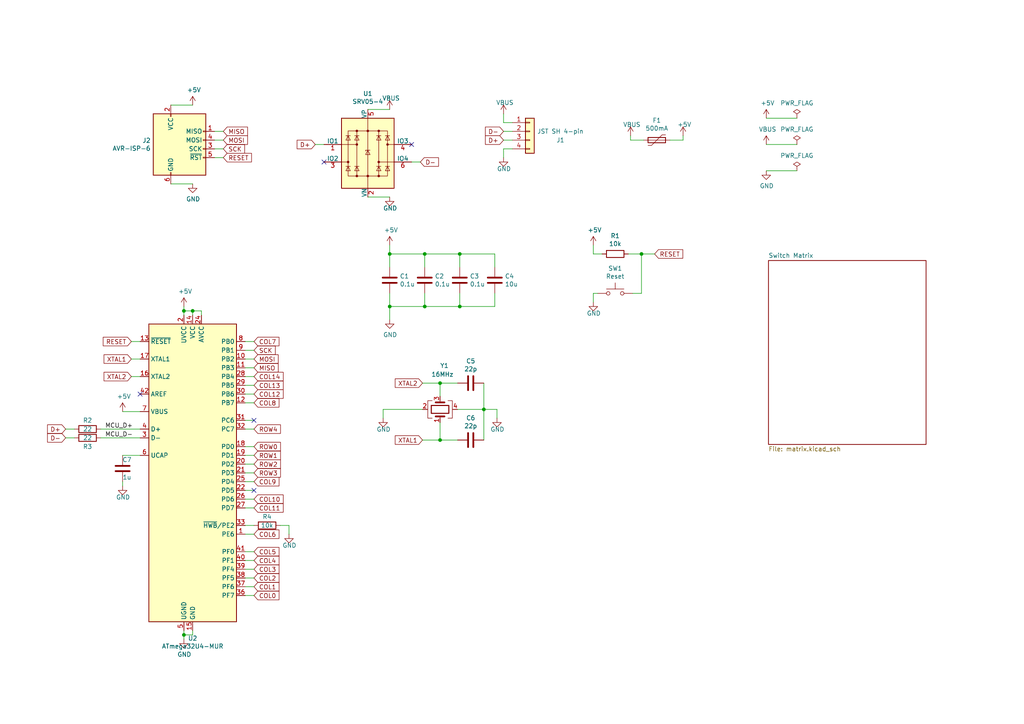
<source format=kicad_sch>
(kicad_sch (version 20211123) (generator eeschema)
  (paper "A4")
  (title_block (title "Mikeneko65") (date "2020-08-01") (rev "1") (comment 1 "Copyright © 2020 kkatano") (comment 2 "MIT License"))
  (lib_symbols
    (symbol "mikeneko65-pcb-rescue:+5V-power" (power) (pin_names (offset 0))
      (property "Value" "+5V-power" (at 0 3.556 0))
      (symbol "+5V-power_0_1"
        (polyline (pts (xy -0.762 1.27) (xy 0 2.54)))
        (polyline (pts (xy 0 0) (xy 0 2.54)))
        (polyline (pts (xy 0 2.54) (xy 0.762 1.27)))
      )
      (symbol "+5V-power_1_1"
        (pin power_in line (at 0 0 90) (length 0) hide (name "+5V") (number "1"))
      )
    )
    (symbol "mikeneko65-pcb-rescue:ATmega32U4-MU-MCU_Microchip_ATmega"
      (property "Reference" "U" (at -12.7 44.45 0))
      (property "Value" "ATmega32U4-MU-MCU_Microchip_ATmega" (at 2.54 -44.45 0))
      (symbol "ATmega32U4-MU-MCU_Microchip_ATmega_0_1"
        (rectangle (start -12.7 -43.18) (end 12.7 43.18) (stroke (width 0.254)) (fill (type background)))
      )
      (symbol "ATmega32U4-MU-MCU_Microchip_ATmega_1_1"
        (pin bidirectional line (at 15.24 -17.78 180) (length 2.54) (name "PE6") (number "1"))
        (pin bidirectional line (at 15.24 33.02 180) (length 2.54) (name "PB2") (number "10"))
        (pin bidirectional line (at 15.24 30.48 180) (length 2.54) (name "PB3") (number "11"))
        (pin bidirectional line (at 15.24 20.32 180) (length 2.54) (name "PB7") (number "12"))
        (pin input line (at -15.24 38.1 0) (length 2.54) (name "~{RESET}") (number "13"))
        (pin power_in line (at 0 45.72 270) (length 2.54) (name "VCC") (number "14"))
        (pin power_in line (at 0 -45.72 90) (length 2.54) (name "GND") (number "15"))
        (pin output line (at -15.24 27.94 0) (length 2.54) (name "XTAL2") (number "16"))
        (pin input line (at -15.24 33.02 0) (length 2.54) (name "XTAL1") (number "17"))
        (pin bidirectional line (at 15.24 7.62 180) (length 2.54) (name "PD0") (number "18"))
        (pin bidirectional line (at 15.24 5.08 180) (length 2.54) (name "PD1") (number "19"))
        (pin power_in line (at -2.54 45.72 270) (length 2.54) (name "UVCC") (number "2"))
        (pin bidirectional line (at 15.24 2.54 180) (length 2.54) (name "PD2") (number "20"))
        (pin bidirectional line (at 15.24 0 180) (length 2.54) (name "PD3") (number "21"))
        (pin bidirectional line (at 15.24 -5.08 180) (length 2.54) (name "PD5") (number "22"))
        (pin passive line (at 0 -45.72 90) (length 2.54) hide (name "GND") (number "23"))
        (pin power_in line (at 2.54 45.72 270) (length 2.54) (name "AVCC") (number "24"))
        (pin bidirectional line (at 15.24 -2.54 180) (length 2.54) (name "PD4") (number "25"))
        (pin bidirectional line (at 15.24 -7.62 180) (length 2.54) (name "PD6") (number "26"))
        (pin bidirectional line (at 15.24 -10.16 180) (length 2.54) (name "PD7") (number "27"))
        (pin bidirectional line (at 15.24 27.94 180) (length 2.54) (name "PB4") (number "28"))
        (pin bidirectional line (at 15.24 25.4 180) (length 2.54) (name "PB5") (number "29"))
        (pin bidirectional line (at -15.24 10.16 0) (length 2.54) (name "D-") (number "3"))
        (pin bidirectional line (at 15.24 22.86 180) (length 2.54) (name "PB6") (number "30"))
        (pin bidirectional line (at 15.24 15.24 180) (length 2.54) (name "PC6") (number "31"))
        (pin bidirectional line (at 15.24 12.7 180) (length 2.54) (name "PC7") (number "32"))
        (pin bidirectional line (at 15.24 -15.24 180) (length 2.54) (name "~{HWB}/PE2") (number "33"))
        (pin passive line (at 0 45.72 270) (length 2.54) hide (name "VCC") (number "34"))
        (pin passive line (at 0 -45.72 90) (length 2.54) hide (name "GND") (number "35"))
        (pin bidirectional line (at 15.24 -35.56 180) (length 2.54) (name "PF7") (number "36"))
        (pin bidirectional line (at 15.24 -33.02 180) (length 2.54) (name "PF6") (number "37"))
        (pin bidirectional line (at 15.24 -30.48 180) (length 2.54) (name "PF5") (number "38"))
        (pin bidirectional line (at 15.24 -27.94 180) (length 2.54) (name "PF4") (number "39"))
        (pin bidirectional line (at -15.24 12.7 0) (length 2.54) (name "D+") (number "4"))
        (pin bidirectional line (at 15.24 -25.4 180) (length 2.54) (name "PF1") (number "40"))
        (pin bidirectional line (at 15.24 -22.86 180) (length 2.54) (name "PF0") (number "41"))
        (pin passive line (at -15.24 22.86 0) (length 2.54) (name "AREF") (number "42"))
        (pin passive line (at 0 -45.72 90) (length 2.54) hide (name "GND") (number "43"))
        (pin passive line (at 2.54 45.72 270) (length 2.54) hide (name "AVCC") (number "44"))
        (pin passive line (at 0 -45.72 90) (length 2.54) hide (name "GND") (number "45"))
        (pin passive line (at -2.54 -45.72 90) (length 2.54) (name "UGND") (number "5"))
        (pin passive line (at -15.24 5.08 0) (length 2.54) (name "UCAP") (number "6"))
        (pin input line (at -15.24 17.78 0) (length 2.54) (name "VBUS") (number "7"))
        (pin bidirectional line (at 15.24 38.1 180) (length 2.54) (name "PB0") (number "8"))
        (pin bidirectional line (at 15.24 35.56 180) (length 2.54) (name "PB1") (number "9"))
      )
    )
    (symbol "mikeneko65-pcb-rescue:AVR-ISP-6-Connector" (pin_names (offset 1.016))
      (property "Reference" "J" (at -6.35 11.43 0))
      (property "Value" "AVR-ISP-6-Connector" (at 0 11.43 0))
      (symbol "AVR-ISP-6-Connector_0_1"
        (rectangle (start -2.667 -6.858) (end -2.413 -7.62))
        (rectangle (start -2.667 10.16) (end -2.413 9.398))
        (rectangle (start 7.62 -2.413) (end 6.858 -2.667))
        (rectangle (start 7.62 0.127) (end 6.858 -0.127))
        (rectangle (start 7.62 2.667) (end 6.858 2.413))
        (rectangle (start 7.62 5.207) (end 6.858 4.953))
        (rectangle (start 7.62 10.16) (end -7.62 -7.62) (stroke (width 0.254)) (fill (type background)))
      )
      (symbol "AVR-ISP-6-Connector_1_1"
        (pin passive line (at 10.16 5.08 180) (length 2.54) (name "MISO") (number "1"))
        (pin passive line (at -2.54 12.7 270) (length 2.54) (name "VCC") (number "2"))
        (pin passive line (at 10.16 0 180) (length 2.54) (name "SCK") (number "3"))
        (pin passive line (at 10.16 2.54 180) (length 2.54) (name "MOSI") (number "4"))
        (pin passive line (at 10.16 -2.54 180) (length 2.54) (name "~{RST}") (number "5"))
        (pin passive line (at -2.54 -10.16 90) (length 2.54) (name "GND") (number "6"))
      )
    )
    (symbol "mikeneko65-pcb-rescue:C-Device" (pin_numbers hide) (pin_names (offset 0.254))
      (property "Reference" "C" (at 0.635 2.54 0))
      (property "Value" "C-Device" (at 0.635 -2.54 0))
      (symbol "C-Device_0_1"
        (polyline (pts (xy -2.032 -0.762) (xy 2.032 -0.762)) (stroke (width 0.508)))
        (polyline (pts (xy -2.032 0.762) (xy 2.032 0.762)) (stroke (width 0.508)))
      )
      (symbol "C-Device_1_1"
        (pin passive line (at 0 3.81 270) (length 2.794) (name "~") (number "1"))
        (pin passive line (at 0 -3.81 90) (length 2.794) (name "~") (number "2"))
      )
    )
    (symbol "mikeneko65-pcb-rescue:Conn_01x04-Connector_Generic" (pin_names (offset 1.016) hide)
      (property "Reference" "J" (at 0 5.08 0))
      (property "Value" "Conn_01x04-Connector_Generic" (at 0 -7.62 0))
      (symbol "Conn_01x04-Connector_Generic_1_1"
        (rectangle (start -1.27 -4.953) (end 0 -5.207) (stroke (width 0.1524)))
        (rectangle (start -1.27 -2.413) (end 0 -2.667) (stroke (width 0.1524)))
        (rectangle (start -1.27 0.127) (end 0 -0.127) (stroke (width 0.1524)))
        (rectangle (start -1.27 2.667) (end 0 2.413) (stroke (width 0.1524)))
        (rectangle (start -1.27 3.81) (end 1.27 -6.35) (stroke (width 0.254)) (fill (type background)))
        (pin passive line (at -5.08 2.54 0) (length 3.81) (name "Pin_1") (number "1"))
        (pin passive line (at -5.08 0 0) (length 3.81) (name "Pin_2") (number "2"))
        (pin passive line (at -5.08 -2.54 0) (length 3.81) (name "Pin_3") (number "3"))
        (pin passive line (at -5.08 -5.08 0) (length 3.81) (name "Pin_4") (number "4"))
      )
    )
    (symbol "mikeneko65-pcb-rescue:Crystal_GND24-Device" (pin_names (offset 1.016) hide)
      (property "Reference" "Y" (at 3.175 5.08 0))
      (property "Value" "Crystal_GND24-Device" (at 3.175 3.175 0))
      (symbol "Crystal_GND24-Device_0_1"
        (rectangle (start -1.143 2.54) (end 1.143 -2.54) (stroke (width 0.3048)))
        (polyline (pts (xy -2.54 0) (xy -2.032 0)))
        (polyline (pts (xy -2.032 -1.27) (xy -2.032 1.27)) (stroke (width 0.508)))
        (polyline (pts (xy 0 -3.81) (xy 0 -3.556)))
        (polyline (pts (xy 0 3.556) (xy 0 3.81)))
        (polyline (pts (xy 2.032 -1.27) (xy 2.032 1.27)) (stroke (width 0.508)))
        (polyline (pts (xy 2.032 0) (xy 2.54 0)))
        (polyline (pts (xy -2.54 -2.286) (xy -2.54 -3.556) (xy 2.54 -3.556) (xy 2.54 -2.286)))
        (polyline (pts (xy -2.54 2.286) (xy -2.54 3.556) (xy 2.54 3.556) (xy 2.54 2.286)))
      )
      (symbol "Crystal_GND24-Device_1_1"
        (pin passive line (at -3.81 0 0) (length 1.27) (name "1") (number "1"))
        (pin passive line (at 0 5.08 270) (length 1.27) (name "2") (number "2"))
        (pin passive line (at 3.81 0 180) (length 1.27) (name "3") (number "3"))
        (pin passive line (at 0 -5.08 90) (length 1.27) (name "4") (number "4"))
      )
    )
    (symbol "mikeneko65-pcb-rescue:GND-power" (power) (pin_names (offset 0))
      (property "Value" "GND-power" (at 0 -3.81 0))
      (symbol "GND-power_0_1"
        (polyline (pts (xy 0 0) (xy 0 -1.27) (xy 1.27 -1.27) (xy 0 -2.54) (xy -1.27 -1.27) (xy 0 -1.27)))
      )
      (symbol "GND-power_1_1"
        (pin power_in line (at 0 0 270) (length 0) hide (name "GND") (number "1"))
      )
    )
    (symbol "mikeneko65-pcb-rescue:PWR_FLAG-power" (power) (pin_numbers hide) (pin_names (offset 0) hide)
      (property "Value" "PWR_FLAG-power" (at 0 3.81 0))
      (symbol "PWR_FLAG-power_0_0"
        (pin power_out line (at 0 0 90) (length 0) (name "pwr") (number "1"))
      )
      (symbol "PWR_FLAG-power_0_1"
        (polyline (pts (xy 0 0) (xy 0 1.27) (xy -1.016 1.905) (xy 0 2.54) (xy 1.016 1.905) (xy 0 1.27)))
      )
    )
    (symbol "mikeneko65-pcb-rescue:Polyfuse-Device" (pin_numbers hide) (pin_names (offset 0))
      (property "Reference" "F" (at -2.54 0 90))
      (property "Value" "Polyfuse-Device" (at 2.54 0 90))
      (symbol "Polyfuse-Device_0_1"
        (rectangle (start -0.762 2.54) (end 0.762 -2.54) (stroke (width 0.254)))
        (polyline (pts (xy 0 2.54) (xy 0 -2.54)))
        (polyline (pts (xy -1.524 2.54) (xy -1.524 1.524) (xy 1.524 -1.524) (xy 1.524 -2.54)))
      )
      (symbol "Polyfuse-Device_1_1"
        (pin passive line (at 0 3.81 270) (length 1.27) (name "~") (number "1"))
        (pin passive line (at 0 -3.81 90) (length 1.27) (name "~") (number "2"))
      )
    )
    (symbol "mikeneko65-pcb-rescue:R-Device" (pin_numbers hide) (pin_names (offset 0))
      (property "Reference" "R" (at 2.032 0 90))
      (property "Value" "R-Device" (at 0 0 90))
      (symbol "R-Device_0_1"
        (rectangle (start -1.016 -2.54) (end 1.016 2.54) (stroke (width 0.254)))
      )
      (symbol "R-Device_1_1"
        (pin passive line (at 0 3.81 270) (length 1.27) (name "~") (number "1"))
        (pin passive line (at 0 -3.81 90) (length 1.27) (name "~") (number "2"))
      )
    )
    (symbol "mikeneko65-pcb-rescue:SRV05-4-Power_Protection" (pin_names (offset 0))
      (property "Reference" "U" (at -5.08 11.43 0))
      (property "Value" "SRV05-4-Power_Protection" (at 2.54 11.43 0))
      (symbol "SRV05-4-Power_Protection_0_0"
        (rectangle (start -5.715 6.477) (end 5.715 -6.604))
        (polyline (pts (xy -3.175 -6.604) (xy -3.175 6.477)))
        (polyline (pts (xy 3.175 6.477) (xy 3.175 -6.604)))
      )
      (symbol "SRV05-4-Power_Protection_0_1"
        (rectangle (start -7.62 10.16) (end 7.62 -10.16) (stroke (width 0.254)) (fill (type background)))
        (circle (center -5.715 -2.54) (radius 0.2794) (fill (type outline)))
        (circle (center -3.175 -6.604) (radius 0.2794) (fill (type outline)))
        (circle (center -3.175 2.54) (radius 0.2794) (fill (type outline)))
        (circle (center -3.175 6.477) (radius 0.2794) (fill (type outline)))
        (circle (center 0 -6.604) (radius 0.2794) (fill (type outline)))
        (polyline (pts (xy -7.747 2.54) (xy -3.175 2.54)))
        (polyline (pts (xy -7.62 -2.54) (xy -5.715 -2.54)))
        (polyline (pts (xy -5.08 -3.81) (xy -6.35 -3.81)))
        (polyline (pts (xy -5.08 5.08) (xy -6.35 5.08)))
        (polyline (pts (xy -2.54 -3.81) (xy -3.81 -3.81)))
        (polyline (pts (xy -2.54 5.08) (xy -3.81 5.08)))
        (polyline (pts (xy 0 10.16) (xy 0 -10.16)))
        (polyline (pts (xy 3.81 -3.81) (xy 2.54 -3.81)))
        (polyline (pts (xy 3.81 5.08) (xy 2.54 5.08)))
        (polyline (pts (xy 6.35 -3.81) (xy 5.08 -3.81)))
        (polyline (pts (xy 6.35 5.08) (xy 5.08 5.08)))
        (polyline (pts (xy 7.62 -2.54) (xy 3.175 -2.54)))
        (polyline (pts (xy 7.62 2.54) (xy 5.715 2.54)))
        (polyline (pts (xy 0.635 0.889) (xy -0.635 0.889) (xy -0.635 0.635)))
        (polyline (pts (xy -5.08 -5.08) (xy -6.35 -5.08) (xy -5.715 -3.81) (xy -5.08 -5.08)))
        (polyline (pts (xy -5.08 3.81) (xy -6.35 3.81) (xy -5.715 5.08) (xy -5.08 3.81)))
        (polyline (pts (xy -2.54 -5.08) (xy -3.81 -5.08) (xy -3.175 -3.81) (xy -2.54 -5.08)))
        (polyline (pts (xy -2.54 3.81) (xy -3.81 3.81) (xy -3.175 5.08) (xy -2.54 3.81)))
        (polyline (pts (xy 0.635 -0.381) (xy -0.635 -0.381) (xy 0 0.889) (xy 0.635 -0.381)))
        (polyline (pts (xy 3.81 -5.08) (xy 2.54 -5.08) (xy 3.175 -3.81) (xy 3.81 -5.08)))
        (polyline (pts (xy 3.81 3.81) (xy 2.54 3.81) (xy 3.175 5.08) (xy 3.81 3.81)))
        (polyline (pts (xy 6.35 -5.08) (xy 5.08 -5.08) (xy 5.715 -3.81) (xy 6.35 -5.08)))
        (polyline (pts (xy 6.35 3.81) (xy 5.08 3.81) (xy 5.715 5.08) (xy 6.35 3.81)))
        (circle (center 0 6.477) (radius 0.2794) (fill (type outline)))
        (circle (center 3.175 -6.604) (radius 0.2794) (fill (type outline)))
        (circle (center 3.175 -2.54) (radius 0.2794) (fill (type outline)))
        (circle (center 3.175 6.477) (radius 0.2794) (fill (type outline)))
        (circle (center 5.715 2.54) (radius 0.2794) (fill (type outline)))
      )
      (symbol "SRV05-4-Power_Protection_1_1"
        (pin passive line (at -12.7 2.54 0) (length 5.08) (name "IO1") (number "1"))
        (pin passive line (at 0 -12.7 90) (length 2.54) (name "VN") (number "2"))
        (pin passive line (at -12.7 -2.54 0) (length 5.08) (name "IO2") (number "3"))
        (pin passive line (at 12.7 2.54 180) (length 5.08) (name "IO3") (number "4"))
        (pin passive line (at 0 12.7 270) (length 2.54) (name "VP") (number "5"))
        (pin passive line (at 12.7 -2.54 180) (length 5.08) (name "IO4") (number "6"))
      )
    )
    (symbol "mikeneko65-pcb-rescue:SW_Push-Switch" (pin_numbers hide) (pin_names (offset 1.016) hide)
      (property "Reference" "SW" (at 1.27 2.54 0))
      (property "Value" "SW_Push-Switch" (at 0 -1.524 0))
      (symbol "SW_Push-Switch_0_1"
        (circle (center -2.032 0) (radius 0.508))
        (polyline (pts (xy 0 1.27) (xy 0 3.048)))
        (polyline (pts (xy 2.54 1.27) (xy -2.54 1.27)))
        (circle (center 2.032 0) (radius 0.508))
        (pin passive line (at -5.08 0 0) (length 2.54) (name "1") (number "1"))
        (pin passive line (at 5.08 0 180) (length 2.54) (name "2") (number "2"))
      )
    )
    (symbol "mikeneko65-pcb-rescue:VBUS-power" (power) (pin_names (offset 0))
      (property "Value" "VBUS-power" (at 0 3.81 0))
      (symbol "VBUS-power_0_1"
        (polyline (pts (xy -0.762 1.27) (xy 0 2.54)))
        (polyline (pts (xy 0 0) (xy 0 2.54)))
        (polyline (pts (xy 0 2.54) (xy 0.762 1.27)))
      )
      (symbol "VBUS-power_1_1"
        (pin power_in line (at 0 0 90) (length 0) hide (name "VBUS") (number "1"))
      )
    )
  )
  (junction (at 133.35 88.9))
  (junction (at 133.35 73.66))
  (junction (at 123.19 88.9))
  (junction (at 127.635 127.635))
  (junction (at 113.03 73.66))
  (junction (at 127.635 111.125))
  (junction (at 53.34 184.15))
  (junction (at 53.34 90.17))
  (junction (at 140.335 118.745))
  (junction (at 186.055 73.66))
  (junction (at 113.03 88.9))
  (junction (at 123.19 73.66))
  (junction (at 55.88 90.17))
  (no_connect (at 93.98 46.99))
  (no_connect (at 73.66 121.92))
  (no_connect (at 73.66 142.24))
  (no_connect (at 40.64 114.3))
  (no_connect (at 119.38 41.91))
  (wire (pts (xy 55.88 90.17) (xy 58.42 90.17)))
  (wire (pts (xy 71.12 139.7) (xy 73.66 139.7)))
  (wire (pts (xy 186.055 73.66) (xy 189.865 73.66)))
  (wire (pts (xy 121.92 46.99) (xy 119.38 46.99)))
  (wire (pts (xy 172.085 71.12) (xy 172.085 73.66)))
  (wire (pts (xy 113.03 31.75) (xy 106.68 31.75)))
  (wire (pts (xy 222.25 34.29) (xy 231.14 34.29)))
  (wire (pts (xy 71.12 121.92) (xy 73.66 121.92)))
  (wire (pts (xy 71.12 144.78) (xy 73.66 144.78)))
  (wire (pts (xy 133.35 85.09) (xy 133.35 88.9)))
  (wire (pts (xy 81.28 152.4) (xy 83.82 152.4)))
  (wire (pts (xy 172.085 87.63) (xy 172.085 85.09)))
  (wire (pts (xy 127.635 127.635) (xy 132.715 127.635)))
  (wire (pts (xy 64.77 43.18) (xy 62.23 43.18)))
  (wire (pts (xy 123.19 77.47) (xy 123.19 73.66)))
  (wire (pts (xy 111.125 118.745) (xy 122.555 118.745)))
  (wire (pts (xy 71.12 154.94) (xy 73.66 154.94)))
  (wire (pts (xy 133.35 77.47) (xy 133.35 73.66)))
  (wire (pts (xy 62.23 40.64) (xy 64.77 40.64)))
  (wire (pts (xy 113.03 73.66) (xy 123.19 73.66)))
  (wire (pts (xy 71.12 99.06) (xy 73.66 99.06)))
  (wire (pts (xy 49.53 53.34) (xy 55.88 53.34)))
  (wire (pts (xy 186.055 85.09) (xy 183.515 85.09)))
  (wire (pts (xy 146.05 33.02) (xy 146.05 35.56)))
  (wire (pts (xy 64.77 38.1) (xy 62.23 38.1)))
  (wire (pts (xy 73.66 152.4) (xy 71.12 152.4)))
  (wire (pts (xy 71.12 170.18) (xy 73.66 170.18)))
  (wire (pts (xy 73.66 109.22) (xy 71.12 109.22)))
  (wire (pts (xy 29.21 127) (xy 40.64 127)))
  (wire (pts (xy 113.03 88.9) (xy 113.03 92.71)))
  (wire (pts (xy 53.34 184.15) (xy 55.88 184.15)))
  (wire (pts (xy 62.23 45.72) (xy 64.77 45.72)))
  (wire (pts (xy 73.66 172.72) (xy 71.12 172.72)))
  (wire (pts (xy 73.66 167.64) (xy 71.12 167.64)))
  (wire (pts (xy 55.88 184.15) (xy 55.88 182.88)))
  (wire (pts (xy 222.25 49.53) (xy 231.14 49.53)))
  (wire (pts (xy 182.245 73.66) (xy 186.055 73.66)))
  (wire (pts (xy 19.05 127) (xy 21.59 127)))
  (wire (pts (xy 73.66 124.46) (xy 71.12 124.46)))
  (wire (pts (xy 146.05 38.1) (xy 148.59 38.1)))
  (wire (pts (xy 40.64 104.14) (xy 38.1 104.14)))
  (wire (pts (xy 172.085 73.66) (xy 174.625 73.66)))
  (wire (pts (xy 140.335 118.745) (xy 140.335 127.635)))
  (wire (pts (xy 35.56 119.38) (xy 40.64 119.38)))
  (wire (pts (xy 73.66 104.14) (xy 71.12 104.14)))
  (wire (pts (xy 73.66 116.84) (xy 71.12 116.84)))
  (wire (pts (xy 38.1 99.06) (xy 40.64 99.06)))
  (wire (pts (xy 73.66 160.02) (xy 71.12 160.02)))
  (wire (pts (xy 71.12 165.1) (xy 73.66 165.1)))
  (wire (pts (xy 123.19 88.9) (xy 133.35 88.9)))
  (wire (pts (xy 143.51 77.47) (xy 143.51 73.66)))
  (wire (pts (xy 73.66 111.76) (xy 71.12 111.76)))
  (wire (pts (xy 53.34 184.15) (xy 53.34 185.42)))
  (wire (pts (xy 146.05 35.56) (xy 148.59 35.56)))
  (wire (pts (xy 123.19 85.09) (xy 123.19 88.9)))
  (wire (pts (xy 71.12 129.54) (xy 73.66 129.54)))
  (wire (pts (xy 73.66 162.56) (xy 71.12 162.56)))
  (wire (pts (xy 73.66 101.6) (xy 71.12 101.6)))
  (wire (pts (xy 113.03 88.9) (xy 123.19 88.9)))
  (wire (pts (xy 140.335 111.125) (xy 140.335 118.745)))
  (wire (pts (xy 127.635 111.125) (xy 132.715 111.125)))
  (wire (pts (xy 53.34 90.17) (xy 53.34 91.44)))
  (wire (pts (xy 172.085 85.09) (xy 173.355 85.09)))
  (wire (pts (xy 113.03 71.12) (xy 113.03 73.66)))
  (wire (pts (xy 35.56 132.08) (xy 40.64 132.08)))
  (wire (pts (xy 73.66 106.68) (xy 71.12 106.68)))
  (wire (pts (xy 71.12 114.3) (xy 73.66 114.3)))
  (wire (pts (xy 55.88 91.44) (xy 55.88 90.17)))
  (wire (pts (xy 35.56 139.7) (xy 35.56 140.97)))
  (wire (pts (xy 198.12 39.37) (xy 198.12 40.64)))
  (wire (pts (xy 148.59 40.64) (xy 146.05 40.64)))
  (wire (pts (xy 29.21 124.46) (xy 40.64 124.46)))
  (wire (pts (xy 222.25 41.91) (xy 231.14 41.91)))
  (wire (pts (xy 73.66 142.24) (xy 71.12 142.24)))
  (wire (pts (xy 182.88 39.37) (xy 182.88 40.64)))
  (wire (pts (xy 19.05 124.46) (xy 21.59 124.46)))
  (wire (pts (xy 143.51 73.66) (xy 133.35 73.66)))
  (wire (pts (xy 148.59 43.18) (xy 146.05 43.18)))
  (wire (pts (xy 73.66 137.16) (xy 71.12 137.16)))
  (wire (pts (xy 186.055 73.66) (xy 186.055 85.09)))
  (wire (pts (xy 127.635 122.555) (xy 127.635 127.635)))
  (wire (pts (xy 38.1 109.22) (xy 40.64 109.22)))
  (wire (pts (xy 113.03 73.66) (xy 113.03 77.47)))
  (wire (pts (xy 83.82 152.4) (xy 83.82 154.94)))
  (wire (pts (xy 53.34 182.88) (xy 53.34 184.15)))
  (wire (pts (xy 73.66 147.32) (xy 71.12 147.32)))
  (wire (pts (xy 106.68 57.15) (xy 113.03 57.15)))
  (wire (pts (xy 186.69 40.64) (xy 182.88 40.64)))
  (wire (pts (xy 143.51 88.9) (xy 143.51 85.09)))
  (wire (pts (xy 127.635 114.935) (xy 127.635 111.125)))
  (wire (pts (xy 58.42 90.17) (xy 58.42 91.44)))
  (wire (pts (xy 122.555 111.125) (xy 127.635 111.125)))
  (wire (pts (xy 49.53 30.48) (xy 55.88 30.48)))
  (wire (pts (xy 73.66 132.08) (xy 71.12 132.08)))
  (wire (pts (xy 123.19 73.66) (xy 133.35 73.66)))
  (wire (pts (xy 133.35 88.9) (xy 143.51 88.9)))
  (wire (pts (xy 144.145 118.745) (xy 144.145 121.285)))
  (wire (pts (xy 146.05 43.18) (xy 146.05 45.72)))
  (wire (pts (xy 198.12 40.64) (xy 194.31 40.64)))
  (wire (pts (xy 53.34 88.9) (xy 53.34 90.17)))
  (wire (pts (xy 111.125 121.285) (xy 111.125 118.745)))
  (wire (pts (xy 53.34 90.17) (xy 55.88 90.17)))
  (wire (pts (xy 113.03 85.09) (xy 113.03 88.9)))
  (wire (pts (xy 122.555 127.635) (xy 127.635 127.635)))
  (wire (pts (xy 71.12 134.62) (xy 73.66 134.62)))
  (wire (pts (xy 140.335 118.745) (xy 144.145 118.745)))
  (wire (pts (xy 132.715 118.745) (xy 140.335 118.745)))
  (wire (pts (xy 91.44 41.91) (xy 93.98 41.91)))
  (label "MCU_D-" (at 30.48 127 0))
  (label "MCU_D+" (at 30.48 124.46 0))
  (global_label "MISO" (shape input) (at 64.77 38.1 0) (property "Intersheet References" "${INTERSHEET_REFS}" (effects hide)))
  (global_label "SCK" (shape input) (at 73.66 101.6 0) (property "Intersheet References" "${INTERSHEET_REFS}" (effects hide)))
  (global_label "COL3" (shape input) (at 73.66 165.1 0) (property "Intersheet References" "${INTERSHEET_REFS}" (effects hide)))
  (global_label "D-" (shape input) (at 146.05 38.1 180) (property "Intersheet References" "${INTERSHEET_REFS}" (effects hide)))
  (global_label "COL6" (shape input) (at 73.66 154.94 0) (property "Intersheet References" "${INTERSHEET_REFS}" (effects hide)))
  (global_label "RESET" (shape input) (at 64.77 45.72 0) (property "Intersheet References" "${INTERSHEET_REFS}" (effects hide)))
  (global_label "ROW2" (shape input) (at 73.66 134.62 0) (property "Intersheet References" "${INTERSHEET_REFS}" (effects hide)))
  (global_label "COL8" (shape input) (at 73.66 116.84 0) (property "Intersheet References" "${INTERSHEET_REFS}" (effects hide)))
  (global_label "XTAL2" (shape input) (at 38.1 109.22 180) (property "Intersheet References" "${INTERSHEET_REFS}" (effects hide)))
  (global_label "ROW0" (shape input) (at 73.66 129.54 0) (property "Intersheet References" "${INTERSHEET_REFS}" (effects hide)))
  (global_label "RESET" (shape input) (at 189.865 73.66 0) (property "Intersheet References" "${INTERSHEET_REFS}" (effects hide)))
  (global_label "COL5" (shape input) (at 73.66 160.02 0) (property "Intersheet References" "${INTERSHEET_REFS}" (effects hide)))
  (global_label "MISO" (shape input) (at 73.66 106.68 0) (property "Intersheet References" "${INTERSHEET_REFS}" (effects hide)))
  (global_label "ROW1" (shape input) (at 73.66 132.08 0) (property "Intersheet References" "${INTERSHEET_REFS}" (effects hide)))
  (global_label "COL9" (shape input) (at 73.66 139.7 0) (property "Intersheet References" "${INTERSHEET_REFS}" (effects hide)))
  (global_label "D+" (shape input) (at 91.44 41.91 180) (property "Intersheet References" "${INTERSHEET_REFS}" (effects hide)))
  (global_label "D+" (shape input) (at 146.05 40.64 180) (property "Intersheet References" "${INTERSHEET_REFS}" (effects hide)))
  (global_label "D+" (shape input) (at 19.05 124.46 180) (property "Intersheet References" "${INTERSHEET_REFS}" (effects hide)))
  (global_label "COL11" (shape input) (at 73.66 147.32 0) (property "Intersheet References" "${INTERSHEET_REFS}" (effects hide)))
  (global_label "COL12" (shape input) (at 73.66 114.3 0) (property "Intersheet References" "${INTERSHEET_REFS}" (effects hide)))
  (global_label "COL14" (shape input) (at 73.66 109.22 0) (property "Intersheet References" "${INTERSHEET_REFS}" (effects hide)))
  (global_label "COL4" (shape input) (at 73.66 162.56 0) (property "Intersheet References" "${INTERSHEET_REFS}" (effects hide)))
  (global_label "COL0" (shape input) (at 73.66 172.72 0) (property "Intersheet References" "${INTERSHEET_REFS}" (effects hide)))
  (global_label "COL1" (shape input) (at 73.66 170.18 0) (property "Intersheet References" "${INTERSHEET_REFS}" (effects hide)))
  (global_label "ROW4" (shape input) (at 73.66 124.46 0) (property "Intersheet References" "${INTERSHEET_REFS}" (effects hide)))
  (global_label "COL7" (shape input) (at 73.66 99.06 0) (property "Intersheet References" "${INTERSHEET_REFS}" (effects hide)))
  (global_label "SCK" (shape input) (at 64.77 43.18 0) (property "Intersheet References" "${INTERSHEET_REFS}" (effects hide)))
  (global_label "COL13" (shape input) (at 73.66 111.76 0) (property "Intersheet References" "${INTERSHEET_REFS}" (effects hide)))
  (global_label "ROW3" (shape input) (at 73.66 137.16 0) (property "Intersheet References" "${INTERSHEET_REFS}" (effects hide)))
  (global_label "D-" (shape input) (at 19.05 127 180) (property "Intersheet References" "${INTERSHEET_REFS}" (effects hide)))
  (global_label "COL10" (shape input) (at 73.66 144.78 0) (property "Intersheet References" "${INTERSHEET_REFS}" (effects hide)))
  (global_label "MOSI" (shape input) (at 73.66 104.14 0) (property "Intersheet References" "${INTERSHEET_REFS}" (effects hide)))
  (global_label "D-" (shape input) (at 121.92 46.99 0) (property "Intersheet References" "${INTERSHEET_REFS}" (effects hide)))
  (global_label "RESET" (shape input) (at 38.1 99.06 180) (property "Intersheet References" "${INTERSHEET_REFS}" (effects hide)))
  (global_label "XTAL2" (shape input) (at 122.555 111.125 180) (property "Intersheet References" "${INTERSHEET_REFS}" (effects hide)))
  (global_label "COL2" (shape input) (at 73.66 167.64 0) (property "Intersheet References" "${INTERSHEET_REFS}" (effects hide)))
  (global_label "XTAL1" (shape input) (at 122.555 127.635 180) (property "Intersheet References" "${INTERSHEET_REFS}" (effects hide)))
  (global_label "XTAL1" (shape input) (at 38.1 104.14 180) (property "Intersheet References" "${INTERSHEET_REFS}" (effects hide)))
  (global_label "MOSI" (shape input) (at 64.77 40.64 0) (property "Intersheet References" "${INTERSHEET_REFS}" (effects hide)))
  (symbol (lib_id "mikeneko65-pcb-rescue:PWR_FLAG-power") (at 231.14 34.29 0) (unit 1)
    (property "Reference" "#FLG01" (effects hide))
    (property "Value" "PWR_FLAG" (at 231.14 29.8958 0))
  )
  (symbol (lib_id "mikeneko65-pcb-rescue:PWR_FLAG-power") (at 231.14 41.91 0) (unit 1)
    (property "Reference" "#FLG02" (effects hide))
    (property "Value" "PWR_FLAG" (at 231.14 37.5158 0))
  )
  (symbol (lib_id "mikeneko65-pcb-rescue:PWR_FLAG-power") (at 231.14 49.53 0) (unit 1)
    (property "Reference" "#FLG03" (effects hide))
    (property "Value" "PWR_FLAG" (at 231.14 45.1358 0))
  )
  (symbol (lib_id "mikeneko65-pcb-rescue:GND-power") (at 222.25 49.53 0) (unit 1)
    (property "Reference" "#PWR09" (effects hide))
    (property "Value" "GND" (at 222.377 53.9242 0))
  )
  (symbol (lib_id "mikeneko65-pcb-rescue:GND-power") (at 113.03 92.71 0) (unit 1)
    (property "Reference" "#PWR016" (effects hide))
    (property "Value" "GND" (at 113.157 97.1042 0))
  )
  (symbol (lib_id "mikeneko65-pcb-rescue:C-Device") (at 113.03 81.28 0) (unit 1)
    (property "Reference" "C1" (at 115.951 80.1116 0) (effects (justify left)))
    (property "Value" "0.1u" (at 115.951 82.423 0) (effects (justify left)))
    (property "Footprint" "Capacitor_SMD:C_0805_2012Metric" (effects hide))
    (property "LCSC Part #" "C49678" (effects hide))
  )
  (symbol (lib_id "mikeneko65-pcb-rescue:C-Device") (at 123.19 81.28 0) (unit 1)
    (property "Reference" "C2" (at 126.111 80.1116 0) (effects (justify left)))
    (property "Value" "0.1u" (at 126.111 82.423 0) (effects (justify left)))
    (property "Footprint" "Capacitor_SMD:C_0805_2012Metric" (effects hide))
    (property "LCSC Part #" "C49678" (effects hide))
  )
  (symbol (lib_id "mikeneko65-pcb-rescue:C-Device") (at 133.35 81.28 0) (unit 1)
    (property "Reference" "C3" (at 136.271 80.1116 0) (effects (justify left)))
    (property "Value" "0.1u" (at 136.271 82.423 0) (effects (justify left)))
    (property "Footprint" "Capacitor_SMD:C_0805_2012Metric" (effects hide))
    (property "LCSC Part #" "C49678" (effects hide))
  )
  (symbol (lib_id "mikeneko65-pcb-rescue:C-Device") (at 143.51 81.28 0) (unit 1)
    (property "Reference" "C4" (at 146.431 80.1116 0) (effects (justify left)))
    (property "Value" "10u" (at 146.431 82.423 0) (effects (justify left)))
    (property "Footprint" "Capacitor_SMD:C_0805_2012Metric" (effects hide))
    (property "LCSC Part #" "C15850" (effects hide))
  )
  (symbol (lib_id "mikeneko65-pcb-rescue:Polyfuse-Device") (at 190.5 40.64 270) (unit 1)
    (property "Reference" "F1" (at 190.5 34.925 90))
    (property "Value" "500mA" (at 190.5 37.2364 90))
    (property "Footprint" "Fuse:Fuse_1206_3216Metric" (effects hide))
    (property "LCSC Part #" "C70076" (effects hide))
  )
  (symbol (lib_id "mikeneko65-pcb-rescue:Conn_01x04-Connector_Generic") (at 153.67 38.1 0) (unit 1)
    (property "Reference" "J1" (at 162.56 40.64 0))
    (property "Value" "JST SH 4-pin" (at 162.56 38.1 0))
    (property "Footprint" "Connector_JST:JST_SH_SM04B-SRSS-TB_1x04-1MP_P1.00mm_Horizontal" (effects hide))
    (property "LCSC Part #" "C145956" (effects hide))
  )
  (symbol (lib_id "mikeneko65-pcb-rescue:GND-power") (at 146.05 45.72 0) (unit 1)
    (property "Reference" "#PWR08" (effects hide))
    (property "Value" "GND" (at 146.177 48.9712 0))
  )
  (symbol (lib_id "mikeneko65-pcb-rescue:R-Device") (at 25.4 124.46 270) (unit 1)
    (property "Reference" "R2" (at 25.4 121.92 90))
    (property "Value" "22" (at 25.4 124.46 90))
    (property "Footprint" "Resistor_SMD:R_0805_2012Metric" (effects hide))
    (property "LCSC Part #" "C17561" (effects hide))
  )
  (symbol (lib_id "mikeneko65-pcb-rescue:R-Device") (at 25.4 127 270) (unit 1)
    (property "Reference" "R3" (at 25.4 129.54 90))
    (property "Value" "22" (at 25.4 127 90))
    (property "Footprint" "Resistor_SMD:R_0805_2012Metric" (effects hide))
    (property "LCSC Part #" "C17561" (effects hide))
  )
  (symbol (lib_id "mikeneko65-pcb-rescue:VBUS-power") (at 146.05 33.02 0) (unit 1)
    (property "Reference" "#PWR03" (effects hide))
    (property "Value" "VBUS" (at 146.431 29.7688 0))
  )
  (symbol (lib_id "mikeneko65-pcb-rescue:VBUS-power") (at 222.25 41.91 0) (unit 1)
    (property "Reference" "#PWR07" (effects hide))
    (property "Value" "VBUS" (at 222.631 37.5158 0))
  )
  (symbol (lib_id "mikeneko65-pcb-rescue:VBUS-power") (at 182.88 39.37 0) (unit 1)
    (property "Reference" "#PWR05" (effects hide))
    (property "Value" "VBUS" (at 183.261 36.1442 0))
  )
  (symbol (lib_id "mikeneko65-pcb-rescue:SW_Push-Switch") (at 178.435 85.09 0) (unit 1)
    (property "Reference" "SW1" (at 178.435 77.851 0))
    (property "Value" "Reset" (at 178.435 80.1624 0))
    (property "Footprint" "Button_Switch_SMD:SW_SPST_TL3342" (effects hide))
    (property "LCSC Part #" "C318884" (effects hide))
  )
  (symbol (lib_id "mikeneko65-pcb-rescue:GND-power") (at 172.085 87.63 0) (unit 1)
    (property "Reference" "#PWR014" (effects hide))
    (property "Value" "GND" (at 172.212 90.8812 0))
  )
  (symbol (lib_id "mikeneko65-pcb-rescue:R-Device") (at 178.435 73.66 270) (unit 1)
    (property "Reference" "R1" (at 178.435 68.4022 90))
    (property "Value" "10k" (at 178.435 70.7136 90))
    (property "Footprint" "Resistor_SMD:R_0805_2012Metric" (effects hide))
    (property "LCSC Part #" "C17414" (effects hide))
  )
  (symbol (lib_id "mikeneko65-pcb-rescue:C-Device") (at 35.56 135.89 0) (unit 1)
    (property "Reference" "C7" (at 36.83 133.35 0))
    (property "Value" "1u" (at 36.83 138.43 0))
    (property "Footprint" "Capacitor_SMD:C_0805_2012Metric" (effects hide))
    (property "LCSC Part #" "C28323" (effects hide))
  )
  (symbol (lib_id "mikeneko65-pcb-rescue:GND-power") (at 35.56 140.97 0) (unit 1)
    (property "Reference" "#PWR020" (effects hide))
    (property "Value" "GND" (at 35.687 144.2212 0))
  )
  (symbol (lib_id "mikeneko65-pcb-rescue:GND-power") (at 53.34 185.42 0) (unit 1)
    (property "Reference" "#PWR022" (effects hide))
    (property "Value" "GND" (at 53.467 189.8142 0))
  )
  (symbol (lib_id "mikeneko65-pcb-rescue:R-Device") (at 77.47 152.4 270) (unit 1)
    (property "Reference" "R4" (at 77.47 149.86 90))
    (property "Value" "10k" (at 77.47 152.4 90))
    (property "Footprint" "Resistor_SMD:R_0805_2012Metric" (effects hide))
    (property "LCSC Part #" "C17414" (effects hide))
  )
  (symbol (lib_id "mikeneko65-pcb-rescue:GND-power") (at 83.82 154.94 0) (unit 1)
    (property "Reference" "#PWR021" (effects hide))
    (property "Value" "GND" (at 83.947 158.1912 0))
  )
  (symbol (lib_id "mikeneko65-pcb-rescue:Crystal_GND24-Device") (at 127.635 118.745 90) (unit 1)
    (property "Reference" "Y1" (at 127.635 106.045 90) (effects (justify right)))
    (property "Value" "16MHz" (at 125.095 108.585 90) (effects (justify right)))
    (property "Footprint" "Crystal:Crystal_SMD_3225-4Pin_3.2x2.5mm" (effects hide))
    (property "LCSC Part #" "C13738" (effects hide))
  )
  (symbol (lib_id "mikeneko65-pcb-rescue:GND-power") (at 111.125 121.285 0) (unit 1)
    (property "Reference" "#PWR018" (effects hide))
    (property "Value" "GND" (at 111.252 124.5362 0))
  )
  (symbol (lib_id "mikeneko65-pcb-rescue:GND-power") (at 144.145 121.285 0) (unit 1)
    (property "Reference" "#PWR019" (effects hide))
    (property "Value" "GND" (at 144.272 124.5362 0))
  )
  (symbol (lib_id "mikeneko65-pcb-rescue:C-Device") (at 136.525 111.125 270) (unit 1)
    (property "Reference" "C5" (at 136.525 104.7242 90))
    (property "Value" "22p" (at 136.525 107.0356 90))
    (property "Footprint" "Capacitor_SMD:C_0805_2012Metric" (effects hide))
    (property "LCSC Part #" "C1804" (effects hide))
  )
  (symbol (lib_id "mikeneko65-pcb-rescue:C-Device") (at 136.525 127.635 270) (unit 1)
    (property "Reference" "C6" (at 136.525 121.2342 90))
    (property "Value" "22p" (at 136.525 123.5456 90))
    (property "Footprint" "Capacitor_SMD:C_0805_2012Metric" (effects hide))
    (property "LCSC Part #" "C1804" (effects hide))
  )
  (symbol (lib_id "mikeneko65-pcb-rescue:+5V-power") (at 222.25 34.29 0) (unit 1)
    (property "Reference" "#PWR04" (effects hide))
    (property "Value" "+5V" (at 222.631 29.8958 0))
  )
  (symbol (lib_id "mikeneko65-pcb-rescue:+5V-power") (at 113.03 71.12 0) (unit 1)
    (property "Reference" "#PWR012" (effects hide))
    (property "Value" "+5V" (at 113.411 66.7258 0))
  )
  (symbol (lib_id "mikeneko65-pcb-rescue:+5V-power") (at 198.12 39.37 0) (unit 1)
    (property "Reference" "#PWR06" (effects hide))
    (property "Value" "+5V" (at 198.501 36.1188 0))
  )
  (symbol (lib_id "mikeneko65-pcb-rescue:+5V-power") (at 55.88 30.48 0) (unit 1)
    (property "Reference" "#PWR01" (effects hide))
    (property "Value" "+5V" (at 56.261 26.0858 0))
  )
  (symbol (lib_id "mikeneko65-pcb-rescue:+5V-power") (at 172.085 71.12 0) (unit 1)
    (property "Reference" "#PWR013" (effects hide))
    (property "Value" "+5V" (at 172.466 66.7258 0))
  )
  (symbol (lib_id "mikeneko65-pcb-rescue:+5V-power") (at 53.34 88.9 0) (unit 1)
    (property "Reference" "#PWR015" (effects hide))
    (property "Value" "+5V" (at 53.721 84.5058 0))
  )
  (symbol (lib_id "mikeneko65-pcb-rescue:AVR-ISP-6-Connector") (at 52.07 43.18 0) (unit 1)
    (property "Reference" "J2" (at 43.7134 40.7416 0) (effects (justify right)))
    (property "Value" "AVR-ISP-6" (at 43.7134 43.053 0) (effects (justify right)))
    (property "Footprint" "mikeneko:ISP" (effects hide))
    (property "Datasheet" " ~" (effects hide))
  )
  (symbol (lib_id "mikeneko65-pcb-rescue:GND-power") (at 55.88 53.34 0) (unit 1)
    (property "Reference" "#PWR010" (effects hide))
    (property "Value" "GND" (at 56.007 57.7342 0))
  )
  (symbol (lib_id "mikeneko65-pcb-rescue:+5V-power") (at 35.56 119.38 0) (unit 1)
    (property "Reference" "#PWR017" (effects hide))
    (property "Value" "+5V" (at 35.941 114.9858 0))
  )
  (symbol (lib_id "mikeneko65-pcb-rescue:SRV05-4-Power_Protection") (at 106.68 44.45 0) (unit 1)
    (property "Reference" "U1" (at 106.68 27.1526 0))
    (property "Value" "SRV05-4" (at 106.68 29.464 0))
    (property "Footprint" "Package_TO_SOT_SMD:SOT-23-6" (effects hide))
    (property "Datasheet" "http://www.onsemi.com/pub/Collateral/SRV05-4-D.PDF" (effects hide))
    (property "LCSC Part #" "C85364" (effects hide))
  )
  (symbol (lib_id "mikeneko65-pcb-rescue:GND-power") (at 113.03 57.15 0) (unit 1)
    (property "Reference" "#PWR011" (effects hide))
    (property "Value" "GND" (at 113.157 60.4012 0))
  )
  (symbol (lib_id "mikeneko65-pcb-rescue:VBUS-power") (at 113.03 31.75 0) (unit 1)
    (property "Reference" "#PWR02" (effects hide))
    (property "Value" "VBUS" (at 113.411 28.4988 0))
  )
  (symbol (lib_id "mikeneko65-pcb-rescue:ATmega32U4-MU-MCU_Microchip_ATmega") (at 55.88 137.16 0) (unit 1)
    (property "Reference" "U2" (at 55.88 185.1406 0))
    (property "Value" "ATmega32U4-MUR" (at 55.88 187.452 0))
    (property "Footprint" "Package_DFN_QFN:QFN-44-1EP_7x7mm_P0.5mm_EP5.2x5.2mm" (effects hide))
    (property "Datasheet" "http://ww1.microchip.com/downloads/en/DeviceDoc/Atmel-7766-8-bit-AVR-ATmega16U4-32U4_Datasheet.pdf" (effects hide))
    (property "LCSC Part #" "C45874" (effects hide))
  )
  (sheet (at 222.885 75.565) (size 45.72 53.34)
    (property "Sheet name" "Switch Matrix" (at 222.885 74.8534 0) (effects (justify left bottom)))
    (property "Sheet file" "matrix.kicad_sch" (at 222.885 129.4896 0) (effects (justify left top)))
  )
)
</source>
